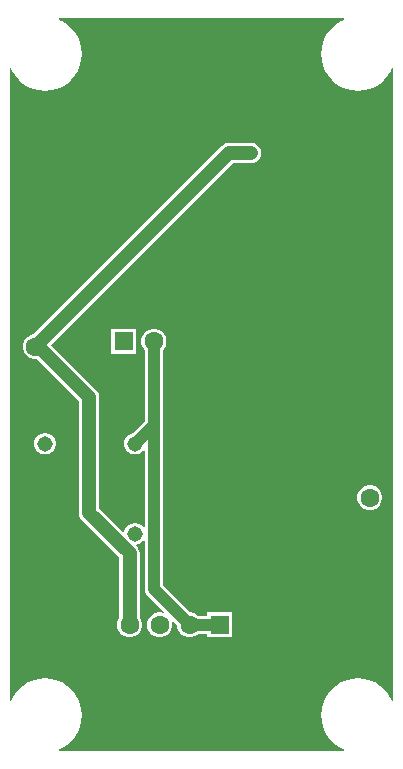
<source format=gbl>
G04*
G04 #@! TF.GenerationSoftware,Altium Limited,Altium Designer,21.6.4 (81)*
G04*
G04 Layer_Physical_Order=2*
G04 Layer_Color=16711680*
%FSLAX44Y44*%
%MOMM*%
G71*
G04*
G04 #@! TF.SameCoordinates,CE7750B5-B6F3-47FA-9723-5704EF157F2E*
G04*
G04*
G04 #@! TF.FilePolarity,Positive*
G04*
G01*
G75*
%ADD49C,1.2000*%
%ADD51C,1.0000*%
%ADD52C,1.6000*%
%ADD53R,1.6000X1.6000*%
%ADD54C,1.3100*%
%ADD55R,1.6000X1.6000*%
%ADD56C,0.6000*%
%ADD57C,1.0000*%
G36*
X283249Y618730D02*
X280865Y617742D01*
X276699Y615190D01*
X272983Y612016D01*
X269811Y608301D01*
X267258Y604135D01*
X265388Y599622D01*
X264247Y594871D01*
X263864Y590000D01*
X264247Y585129D01*
X265388Y580378D01*
X267258Y575865D01*
X269811Y571699D01*
X272983Y567984D01*
X276699Y564810D01*
X280865Y562258D01*
X285378Y560388D01*
X290129Y559247D01*
X295000Y558864D01*
X299871Y559247D01*
X304622Y560388D01*
X309135Y562258D01*
X313301Y564810D01*
X317017Y567984D01*
X320190Y571699D01*
X322742Y575865D01*
X323730Y578249D01*
X325000Y577996D01*
Y42004D01*
X323730Y41751D01*
X322742Y44135D01*
X320190Y48301D01*
X317017Y52017D01*
X313301Y55189D01*
X309135Y57742D01*
X304622Y59612D01*
X299871Y60753D01*
X295000Y61136D01*
X290129Y60753D01*
X285378Y59612D01*
X280865Y57742D01*
X276699Y55189D01*
X272983Y52017D01*
X269811Y48301D01*
X267258Y44135D01*
X265388Y39622D01*
X264247Y34871D01*
X263864Y30000D01*
X264247Y25129D01*
X265388Y20378D01*
X267258Y15865D01*
X269811Y11699D01*
X272983Y7983D01*
X276699Y4811D01*
X280865Y2258D01*
X283249Y1270D01*
X282996Y0D01*
X42004D01*
X41751Y1270D01*
X44135Y2258D01*
X48301Y4811D01*
X52017Y7983D01*
X55189Y11699D01*
X57742Y15865D01*
X59612Y20378D01*
X60753Y25129D01*
X61136Y30000D01*
X60753Y34871D01*
X59612Y39622D01*
X57742Y44135D01*
X55189Y48301D01*
X52017Y52017D01*
X48301Y55189D01*
X44135Y57742D01*
X39622Y59612D01*
X34871Y60753D01*
X30000Y61136D01*
X25129Y60753D01*
X20378Y59612D01*
X15865Y57742D01*
X11699Y55189D01*
X7983Y52017D01*
X4811Y48301D01*
X2258Y44135D01*
X1270Y41751D01*
X0Y42004D01*
Y577996D01*
X1270Y578249D01*
X2258Y575865D01*
X4811Y571699D01*
X7983Y567984D01*
X11699Y564810D01*
X15865Y562258D01*
X20378Y560388D01*
X25129Y559247D01*
X30000Y558864D01*
X34871Y559247D01*
X39622Y560388D01*
X44135Y562258D01*
X48301Y564810D01*
X52017Y567984D01*
X55189Y571699D01*
X57742Y575865D01*
X59612Y580378D01*
X60753Y585129D01*
X61136Y590000D01*
X60753Y594871D01*
X59612Y599622D01*
X57742Y604135D01*
X55189Y608301D01*
X52017Y612016D01*
X48301Y615190D01*
X44135Y617742D01*
X41751Y618730D01*
X42004Y620000D01*
X282996D01*
X283249Y618730D01*
D02*
G37*
%LPC*%
G36*
X107340Y357098D02*
X86260D01*
Y336017D01*
X107340D01*
Y357098D01*
D02*
G37*
G36*
X31197Y269090D02*
X28803D01*
X26491Y268470D01*
X24419Y267274D01*
X22726Y265581D01*
X21530Y263509D01*
X20910Y261197D01*
Y258803D01*
X21530Y256491D01*
X22726Y254419D01*
X24419Y252726D01*
X26491Y251530D01*
X28803Y250910D01*
X31197D01*
X33509Y251530D01*
X35581Y252726D01*
X37274Y254419D01*
X38470Y256491D01*
X39090Y258803D01*
Y261197D01*
X38470Y263509D01*
X37274Y265581D01*
X35581Y267274D01*
X33509Y268470D01*
X31197Y269090D01*
D02*
G37*
G36*
X306436Y224790D02*
X303661D01*
X300980Y224072D01*
X298577Y222684D01*
X296615Y220722D01*
X295227Y218318D01*
X294509Y215638D01*
Y212862D01*
X295227Y210182D01*
X296615Y207778D01*
X298577Y205816D01*
X300980Y204428D01*
X303661Y203710D01*
X306436D01*
X309117Y204428D01*
X311521Y205816D01*
X313483Y207778D01*
X314870Y210182D01*
X315589Y212862D01*
Y215638D01*
X314870Y218318D01*
X313483Y220722D01*
X311521Y222684D01*
X309117Y224072D01*
X306436Y224790D01*
D02*
G37*
G36*
X204500Y514614D02*
X185550D01*
X183321Y514320D01*
X181243Y513460D01*
X179459Y512091D01*
X20015Y352647D01*
X17682Y352022D01*
X15278Y350634D01*
X13316Y348672D01*
X11928Y346268D01*
X11210Y343588D01*
Y340812D01*
X11928Y338132D01*
X13316Y335728D01*
X15278Y333766D01*
X17682Y332378D01*
X20362Y331660D01*
X22786D01*
X58472Y295973D01*
Y201574D01*
X58766Y199344D01*
X59122Y198484D01*
X59626Y197267D01*
X60995Y195483D01*
X93036Y163442D01*
Y112661D01*
X91828Y110568D01*
X91110Y107888D01*
Y105112D01*
X91828Y102432D01*
X93216Y100028D01*
X95178Y98066D01*
X97582Y96678D01*
X100262Y95960D01*
X103038D01*
X105718Y96678D01*
X108122Y98066D01*
X110084Y100028D01*
X111472Y102432D01*
X112190Y105112D01*
Y107888D01*
X111472Y110568D01*
X110264Y112661D01*
Y167010D01*
X109970Y169239D01*
X109110Y171316D01*
X107741Y173100D01*
X107741Y173100D01*
X107302Y173539D01*
X107815Y174822D01*
X109709Y175329D01*
X111781Y176526D01*
X113325Y178070D01*
X114595Y177859D01*
Y136750D01*
X114854Y134782D01*
X115614Y132948D01*
X116822Y131372D01*
X130353Y117842D01*
X129696Y116703D01*
X128438Y117040D01*
X125662D01*
X122982Y116322D01*
X120578Y114934D01*
X118616Y112972D01*
X117228Y110568D01*
X116510Y107888D01*
Y105112D01*
X117228Y102432D01*
X118616Y100028D01*
X120578Y98066D01*
X122982Y96678D01*
X125662Y95960D01*
X128438D01*
X131118Y96678D01*
X133522Y98066D01*
X135484Y100028D01*
X136872Y102432D01*
X137590Y105112D01*
Y107888D01*
X137253Y109146D01*
X138392Y109803D01*
X141910Y106285D01*
Y105112D01*
X142628Y102432D01*
X144016Y100028D01*
X145978Y98066D01*
X148382Y96678D01*
X151062Y95960D01*
X153838D01*
X156518Y96678D01*
X158922Y98066D01*
X159751Y98895D01*
X167310D01*
Y95960D01*
X188390D01*
Y117040D01*
X167310D01*
Y114105D01*
X159751D01*
X158922Y114934D01*
X156518Y116322D01*
X153838Y117040D01*
X152665D01*
X129805Y139900D01*
Y276000D01*
Y339257D01*
X130634Y340086D01*
X132022Y342489D01*
X132740Y345170D01*
Y347945D01*
X132022Y350626D01*
X130634Y353029D01*
X128672Y354992D01*
X126268Y356379D01*
X123588Y357098D01*
X120812D01*
X118132Y356379D01*
X115728Y354992D01*
X113766Y353029D01*
X112378Y350626D01*
X111660Y347945D01*
Y345170D01*
X112378Y342489D01*
X113766Y340086D01*
X114595Y339257D01*
Y279150D01*
X104363Y268918D01*
X102691Y268470D01*
X100619Y267274D01*
X98926Y265581D01*
X97730Y263509D01*
X97110Y261197D01*
Y258803D01*
X97730Y256491D01*
X98926Y254419D01*
X100619Y252726D01*
X102691Y251530D01*
X105003Y250910D01*
X107397D01*
X109709Y251530D01*
X111781Y252726D01*
X113325Y254270D01*
X114595Y254059D01*
Y189741D01*
X113325Y189530D01*
X111781Y191074D01*
X109709Y192271D01*
X107397Y192890D01*
X105003D01*
X102691Y192271D01*
X100619Y191074D01*
X98926Y189381D01*
X97730Y187309D01*
X97222Y185415D01*
X95939Y184902D01*
X75700Y205141D01*
Y299541D01*
X75406Y301771D01*
X74546Y303848D01*
X73177Y305632D01*
X73177Y305632D01*
X35270Y343539D01*
X189118Y497386D01*
X204500D01*
X206729Y497680D01*
X208807Y498540D01*
X210591Y499909D01*
X211960Y501693D01*
X212820Y503771D01*
X213114Y506000D01*
X212820Y508229D01*
X211960Y510307D01*
X210591Y512091D01*
X208807Y513460D01*
X206729Y514320D01*
X204500Y514614D01*
D02*
G37*
%LPD*%
D49*
X101650Y106500D02*
Y167010D01*
X21750Y342200D02*
X22515Y341435D01*
X25193D01*
X67086Y299541D01*
Y201574D02*
Y299541D01*
Y201574D02*
X101650Y167010D01*
X21750Y342200D02*
X185550Y506000D01*
X204500D01*
D51*
X152450Y106500D02*
X177850D01*
X122200Y136750D02*
X152450Y106500D01*
X122200Y136750D02*
Y276000D01*
Y346558D01*
X106200Y260000D02*
X122200Y276000D01*
D52*
X152450Y106500D02*
D03*
X127050D02*
D03*
X101650D02*
D03*
X177100Y45007D02*
D03*
X151700D02*
D03*
X126300D02*
D03*
X122200Y346558D02*
D03*
X21750Y342200D02*
D03*
X305049Y214250D02*
D03*
D53*
X177850Y106500D02*
D03*
X100900Y45007D02*
D03*
X96800Y346558D02*
D03*
D54*
X106200Y183800D02*
D03*
X30000Y260000D02*
D03*
Y183800D02*
D03*
X106200Y260000D02*
D03*
D55*
X21750Y316800D02*
D03*
D56*
X65000Y345000D02*
D03*
X95000Y500000D02*
D03*
Y525000D02*
D03*
Y480000D02*
D03*
X65000D02*
D03*
X35000D02*
D03*
X65000Y500000D02*
D03*
X35000D02*
D03*
X65000Y525000D02*
D03*
X35000D02*
D03*
X145000Y270000D02*
D03*
X140000Y405000D02*
D03*
Y515000D02*
D03*
X305000Y530000D02*
D03*
X285000Y290000D02*
D03*
X265000Y105000D02*
D03*
X30000Y110000D02*
D03*
X220000Y600000D02*
D03*
X100000D02*
D03*
D57*
X204500Y506000D02*
D03*
M02*

</source>
